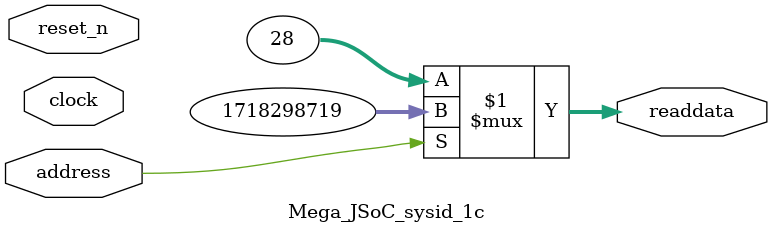
<source format=v>

`timescale 1ns / 1ps
// synthesis translate_on

// turn off superfluous verilog processor warnings 
// altera message_level Level1 
// altera message_off 10034 10035 10036 10037 10230 10240 10030 

module Mega_JSoC_sysid_1c (
               // inputs:
                address,
                clock,
                reset_n,

               // outputs:
                readdata
             )
;

  output  [ 31: 0] readdata;
  input            address;
  input            clock;
  input            reset_n;

  wire    [ 31: 0] readdata;
  //control_slave, which is an e_avalon_slave
  assign readdata = address ? 1718298719 : 28;

endmodule




</source>
